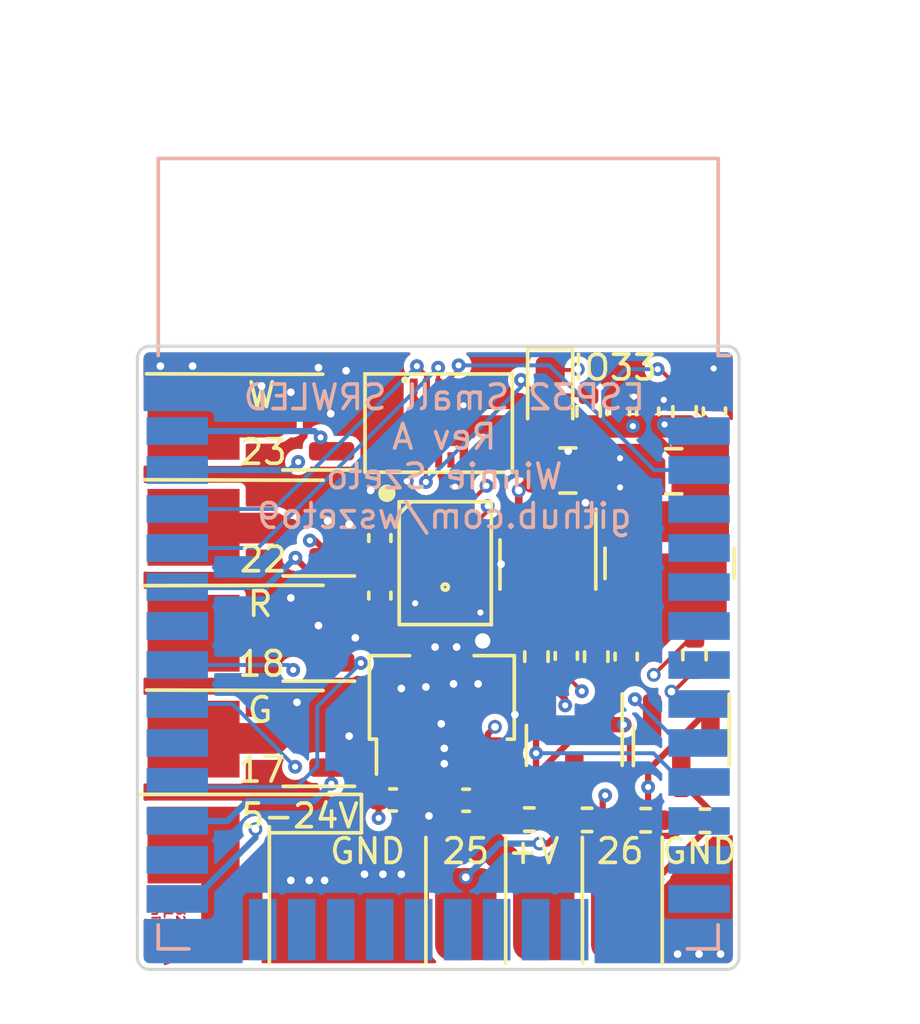
<source format=kicad_pcb>
(kicad_pcb (version 20211014) (generator pcbnew)
  (layers (0 "F.Cu" signal) (1 "In1.Cu" signal) (2 "In2.Cu" signal) (31 "B.Cu" signal) (34 "B.Paste" user) (35 "F.Paste" user) (36 "B.SilkS" user "B.Silkscreen") (37 "F.SilkS" user "F.Silkscreen") (38 "B.Mask" user) (39 "F.Mask" user) (44 "Edge.Cuts" user))
  (property "AUTHOR" "Winnie Szeto")
  (property "PROJECT_REVISION" "A01")
  (property "PROJECT_TITLE" "WS Template Project")
  (net 0 "")
  (net 1 "/MIC_POW")
  (net 2 "/GND")
  (net 3 "/VIN")
  (net 4 "Net-(C4-Pad1)")
  (net 5 "/SW")
  (net 6 "/3V3")
  (net 7 "Net-(C5-Pad2)")
  (net 8 "/RST")
  (net 9 "/TXD0")
  (net 10 "/BOOT")
  (net 11 "/RXD0")
  (net 14 "/W")
  (net 15 "/R")
  (net 16 "/G")
  (net 17 "/B")
  (net 18 "/ADDR1")
  (net 20 "/PDM_CLK")
  (net 21 "/PDM_DATA")
  (net 27 "/W_SIG")
  (net 29 "/SCK_I2S")
  (net 41 "/ADDR2")
  (net 43 "/G_SIG")
  (net 44 "/B_SIG")
  (net 45 "/R_SIG")
  (net 46 "/5v")
  (net 47 "/ADDR1_SHIFTED")
  (net 49 "/ADDR2_SHIFTED")
  (net 50 "Net-(D1-Pad1)")
  (net 51 "Net-(U3-Pad9)")
  (footprint "Capacitor_SMD:C_0402_1005Metric" (layer "F.Cu") (at 132.4 70.45 90)
    (fp_text reference "C1" hide)
    (fp_text value "0402,10uF,6.3V,X5R ")
    (pad "1" smd roundrect (at -0.48 0 90) (size 0.56 0.62) (layers "F.Cu" "F.Paste" "F.Mask") (net 1 "/MIC_POW"))
    (pad "2" smd roundrect (at 0.48 0 90) (size 0.56 0.62) (layers "F.Cu" "F.Paste" "F.Mask") (net 2 "/GND"))
  )
  (footprint "Capacitor_SMD:C_0805_2012Metric" (layer "F.Cu") (at 138.525 68.25)
    (fp_text reference "C2" hide)
    (fp_text value "0805,10uF,50V,X5R ")
    (pad "1" smd roundrect (at -0.95 0) (size 1 1.45) (layers "F.Cu" "F.Paste" "F.Mask") (net 3 "/VIN"))
    (pad "2" smd roundrect (at 0.95 0) (size 1 1.45) (layers "F.Cu" "F.Paste" "F.Mask") (net 2 "/GND"))
  )
  (footprint "WS_LCSC_Connectors:YXT-BB10-10S-02" (layer "F.Cu") (at 134.316772 66.70536)
    (fp_text reference "J2" hide)
    (fp_text value "Conn_02x05_Odd_Even_MountingPin")
    (pad "1" smd rect (at -0.8 -1.2) (size 0.23 0.5) (layers "F.Cu" "F.Paste" "F.Mask") (net 6 "/3V3"))
    (pad "2" smd rect (at -0.8 1.2) (size 0.23 0.5) (layers "F.Cu" "F.Paste" "F.Mask") (net 2 "/GND"))
    (pad "3" smd rect (at -0.4 -1.2) (size 0.23 0.5) (layers "F.Cu" "F.Paste" "F.Mask") (net 9 "/TXD0"))
    (pad "4" smd rect (at -0.4 1.2) (size 0.23 0.5) (layers "F.Cu" "F.Paste" "F.Mask") (net 10 "/BOOT"))
    (pad "5" smd rect (at 0 -1.2) (size 0.23 0.5) (layers "F.Cu" "F.Paste" "F.Mask") (net 11 "/RXD0"))
    (pad "6" smd rect (at 0 1.2) (size 0.23 0.5) (layers "F.Cu" "F.Paste" "F.Mask"))
    (pad "7" smd rect (at 0.4 -1.2) (size 0.23 0.5) (layers "F.Cu" "F.Paste" "F.Mask") (net 8 "/RST"))
    (pad "8" smd rect (at 0.4 1.2) (size 0.23 0.5) (layers "F.Cu" "F.Paste" "F.Mask"))
    (pad "9" smd rect (at 0.8 -1.2) (size 0.23 0.5) (layers "F.Cu" "F.Paste" "F.Mask") (net 2 "/GND"))
    (pad "10" smd rect (at 0.8 1.2) (size 0.23 0.5) (layers "F.Cu" "F.Paste" "F.Mask") (net 6 "/3V3"))
    (pad "MP" smd roundrect (at -1.8 1 90) (size 0.9 0.9) (layers "F.Cu" "F.Paste" "F.Mask") (roundrect_rratio 0) (chamfer_ratio 0.33) (chamfer top_left) (net 2 "/GND"))
    (pad "MP" smd roundrect (at -1.8 -1) (size 0.9 0.9) (layers "F.Cu" "F.Paste" "F.Mask") (roundrect_rratio 0) (chamfer_ratio 0.33) (chamfer top_left) (net 2 "/GND"))
    (pad "MP" smd roundrect (at 1.8 -1 270) (size 0.9 0.9) (layers "F.Cu" "F.Paste" "F.Mask") (roundrect_rratio 0) (chamfer_ratio 0.33) (chamfer top_left) (net 2 "/GND"))
    (pad "MP" smd roundrect (at 1.8 1 180) (size 0.9 0.9) (layers "F.Cu" "F.Paste" "F.Mask") (roundrect_rratio 0) (chamfer_ratio 0.33) (chamfer top_left) (net 2 "/GND"))
  )
  (footprint "Package_TO_SOT_SMD:SOT-23" (layer "F.Cu") (at 142.22 77.212499 -90)
    (fp_text reference "U9" hide)
    (fp_text value "AO3400A")
    (pad "1" smd roundrect (at -0.9375 -0.95 270) (size 1.475 0.6) (layers "F.Cu" "F.Paste" "F.Mask") (net 6 "/3V3"))
    (pad "2" smd roundrect (at -0.9375 0.95 270) (size 1.475 0.6) (layers "F.Cu" "F.Paste" "F.Mask") (net 41 "/ADDR2"))
    (pad "3" smd roundrect (at 0.9375 0 270) (size 1.475 0.6) (layers "F.Cu" "F.Paste" "F.Mask") (net 49 "/ADDR2_SHIFTED"))
  )
  (footprint "Package_TO_SOT_SMD:SOT-23" (layer "F.Cu") (at 138.735 77.2025 -90)
    (fp_text reference "U10" hide)
    (fp_text value "AO3400A")
    (pad "1" smd roundrect (at -0.9375 -0.95 270) (size 1.475 0.6) (layers "F.Cu" "F.Paste" "F.Mask") (net 6 "/3V3"))
    (pad "2" smd roundrect (at -0.9375 0.95 270) (size 1.475 0.6) (layers "F.Cu" "F.Paste" "F.Mask") (net 18 "/ADDR1"))
    (pad "3" smd roundrect (at 0.9375 0 270) (size 1.475 0.6) (layers "F.Cu" "F.Paste" "F.Mask") (net 47 "/ADDR1_SHIFTED"))
  )
  (footprint "Capacitor_SMD:C_0402_1005Metric" (layer "F.Cu") (at 140.175 66.325 90)
    (fp_text reference "C9" hide)
    (fp_text value "0402,10uF,6.3V,X5R ")
    (pad "1" smd roundrect (at -0.48 0 90) (size 0.56 0.62) (layers "F.Cu" "F.Paste" "F.Mask") (net 6 "/3V3"))
    (pad "2" smd roundrect (at 0.48 0 90) (size 0.56 0.62) (layers "F.Cu" "F.Paste" "F.Mask") (net 2 "/GND"))
  )
  (footprint "Capacitor_SMD:C_0402_1005Metric" (layer "F.Cu") (at 135.21 78.99 180)
    (fp_text reference "C10" hide)
    (fp_text value "0402,100nF,50V,X7R ")
    (pad "1" smd roundrect (at -0.48 0 180) (size 0.56 0.62) (layers "F.Cu" "F.Paste" "F.Mask") (net 3 "/VIN"))
    (pad "2" smd roundrect (at 0.48 0 180) (size 0.56 0.62) (layers "F.Cu" "F.Paste" "F.Mask") (net 2 "/GND"))
  )
  (footprint "LED_SMD:LED_0603_1608Metric" (layer "F.Cu") (at 137.95 65.7625 -90)
    (fp_text reference "D1" hide)
    (fp_text value "LED_White")
    (pad "1" smd roundrect (at -0.7875 0 270) (size 0.875 0.95) (layers "F.Cu" "F.Paste" "F.Mask") (net 50 "Net-(D1-Pad1)"))
    (pad "2" smd roundrect (at 0.7875 0 270) (size 0.875 0.95) (layers "F.Cu" "F.Paste" "F.Mask") (net 6 "/3V3"))
  )
  (footprint "Package_TO_SOT_SMD:SOT-23-6" (layer "F.Cu") (at 137.875 71.3125 -90)
    (fp_text reference "U1" hide)
    (fp_text value "TPS54202DDC")
    (pad "1" smd roundrect (at -1.1375 -0.95 270) (size 1.325 0.6) (layers "F.Cu" "F.Paste" "F.Mask") (net 2 "/GND"))
    (pad "2" smd roundrect (at -1.1375 0 270) (size 1.325 0.6) (layers "F.Cu" "F.Paste" "F.Mask") (net 5 "/SW"))
    (pad "3" smd roundrect (at -1.1375 0.95 270) (size 1.325 0.6) (layers "F.Cu" "F.Paste" "F.Mask") (net 3 "/VIN"))
    (pad "4" smd roundrect (at 1.1375 0.95 270) (size 1.325 0.6) (layers "F.Cu" "F.Paste" "F.Mask") (net 7 "Net-(C5-Pad2)"))
    (pad "5" smd roundrect (at 1.1375 0 270) (size 1.325 0.6) (layers "F.Cu" "F.Paste" "F.Mask"))
    (pad "6" smd roundrect (at 1.1375 -0.95 270) (size 1.325 0.6) (layers "F.Cu" "F.Paste" "F.Mask") (net 4 "Net-(C4-Pad1)"))
  )
  (footprint "Capacitor_SMD:C_0402_1005Metric" (layer "F.Cu") (at 138.475 74.2875 90)
    (fp_text reference "C5" hide)
    (fp_text value "0402,47pF,50V,C0G ")
    (pad "1" smd roundrect (at -0.48 0 90) (size 0.56 0.62) (layers "F.Cu" "F.Paste" "F.Mask") (net 6 "/3V3"))
    (pad "2" smd roundrect (at 0.48 0 90) (size 0.56 0.62) (layers "F.Cu" "F.Paste" "F.Mask") (net 7 "Net-(C5-Pad2)"))
  )
  (footprint "Resistor_SMD:R_0402_1005Metric" (layer "F.Cu") (at 139.2 66.325 90)
    (fp_text reference "R4" hide)
    (fp_text value "0402,10k")
    (pad "1" smd roundrect (at -0.51 0 90) (size 0.54 0.64) (layers "F.Cu" "F.Paste" "F.Mask") (net 6 "/3V3"))
    (pad "2" smd roundrect (at 0.51 0 90) (size 0.54 0.64) (layers "F.Cu" "F.Paste" "F.Mask") (net 10 "/BOOT"))
  )
  (footprint "Resistor_SMD:R_0402_1005Metric" (layer "F.Cu") (at 142.99 79.66 180)
    (fp_text reference "R7" hide)
    (fp_text value "0402,10k")
    (pad "1" smd roundrect (at -0.51 0 180) (size 0.54 0.64) (layers "F.Cu" "F.Paste" "F.Mask") (net 49 "/ADDR2_SHIFTED"))
    (pad "2" smd roundrect (at 0.51 0 180) (size 0.54 0.64) (layers "F.Cu" "F.Paste" "F.Mask") (net 46 "/5v"))
  )
  (footprint "Resistor_SMD:R_0402_1005Metric" (layer "F.Cu") (at 141.06 79.64)
    (fp_text reference "R5" hide)
    (fp_text value "0402,10k")
    (pad "1" smd roundrect (at -0.51 0) (size 0.54 0.64) (layers "F.Cu" "F.Paste" "F.Mask") (net 41 "/ADDR2"))
    (pad "2" smd roundrect (at 0.51 0) (size 0.54 0.64) (layers "F.Cu" "F.Paste" "F.Mask") (net 6 "/3V3"))
  )
  (footprint "Package_TO_SOT_SMD:SOT-23" (layer "F.Cu") (at 129.890531 66.67391 180)
    (fp_text reference "U6" hide)
    (fp_text value "AO3400A")
    (pad "1" smd roundrect (at -0.9375 -0.95 180) (size 1.475 0.6) (layers "F.Cu" "F.Paste" "F.Mask") (net 27 "/W_SIG"))
    (pad "2" smd roundrect (at -0.9375 0.95 180) (size 1.475 0.6) (layers "F.Cu" "F.Paste" "F.Mask") (net 2 "/GND"))
    (pad "3" smd roundrect (at 0.9375 0 180) (size 1.475 0.6) (layers "F.Cu" "F.Paste" "F.Mask") (net 14 "/W"))
  )
  (footprint "Inductor_SMD:L_Wuerth_MAPI-4030" (layer "F.Cu") (at 141.834998 71.275 90)
    (fp_text reference "L1" hide)
    (fp_text value "4.7uH/2A")
    (pad "1" smd rect (at -1.185 0 90) (size 0.98 3.7) (layers "F.Cu" "F.Paste" "F.Mask") (net 5 "/SW"))
    (pad "2" smd rect (at 1.185 0 90) (size 0.98 3.7) (layers "F.Cu" "F.Paste" "F.Mask") (net 6 "/3V3"))
  )
  (footprint "Package_TO_SOT_SMD:SOT-89-3" (layer "F.Cu") (at 134.42 75.94 90)
    (fp_text reference "U8" hide)
    (fp_text value "L78L05_SOT89")
    (pad "1" smd rect (at -1.65 -1.5 90) (size 1.3 0.9) (layers "F.Cu" "F.Paste" "F.Mask") (net 46 "/5v"))
    (pad "2" smd custom (at -1.5625 0 90) (size 1.475 0.9) (layers "F.Cu" "F.Paste" "F.Mask") (net 2 "/GND") (options (clearance outline) (anchor rect)) (primitives (gr_poly (pts (xy 3.8625 0.8665) (xy 0.7375 0.8665) (xy 0.7375 -0.8665) (xy 3.8625 -0.8665)) (width 0) (fill yes))))
    (pad "3" smd rect (at -1.65 1.5 90) (size 1.3 0.9) (layers "F.Cu" "F.Paste" "F.Mask") (net 3 "/VIN"))
  )
  (footprint "Package_TO_SOT_SMD:SOT-23" (layer "F.Cu") (at 129.9 73.55 180)
    (fp_text reference "U4" hide)
    (fp_text value "AO3400A")
    (pad "1" smd roundrect (at -0.9375 -0.95 180) (size 1.475 0.6) (layers "F.Cu" "F.Paste" "F.Mask") (net 45 "/R_SIG"))
    (pad "2" smd roundrect (at -0.9375 0.95 180) (size 1.475 0.6) (layers "F.Cu" "F.Paste" "F.Mask") (net 2 "/GND"))
    (pad "3" smd roundrect (at 0.9375 0 180) (size 1.475 0.6) (layers "F.Cu" "F.Paste" "F.Mask") (net 15 "/R"))
  )
  (footprint "Capacitor_SMD:C_0402_1005Metric" (layer "F.Cu") (at 132.83 78.98)
    (fp_text reference "C11" hide)
    (fp_text value "0402,100nF,16V,X7R ")
    (pad "1" smd roundrect (at -0.48 0) (size 0.56 0.62) (layers "F.Cu" "F.Paste" "F.Mask") (net 46 "/5v"))
    (pad "2" smd roundrect (at 0.48 0) (size 0.56 0.62) (layers "F.Cu" "F.Paste" "F.Mask") (net 2 "/GND"))
  )
  (footprint "WS_LCSC_ICs:MSM261D4030H1CPM" (layer "F.Cu") (at 134.529304 71.2675 180)
    (fp_text reference "U2" hide)
    (fp_text value "MSM261D4030H1CPM")
    (pad "1" smd rect (at 0.425 0.725) (size 0.45 0.95) (layers "F.Cu" "F.Paste" "F.Mask") (net 1 "/MIC_POW"))
    (pad "2" smd rect (at 0.425 -0.725) (size 0.45 0.95) (layers "F.Cu" "F.Paste" "F.Mask") (net 2 "/GND"))
    (pad "3" smd rect (at -0.425 -0.725) (size 0.45 0.95) (layers "F.Cu" "F.Paste" "F.Mask") (net 20 "/PDM_CLK"))
    (pad "4" smd rect (at -0.425 0.725) (size 0.45 0.95) (layers "F.Cu" "F.Paste" "F.Mask") (net 21 "/PDM_DATA"))
    (pad "5" smd roundrect (at 0 1.725 180) (size 1.3 0.35) (layers "F.Cu" "F.Paste" "F.Mask") (roundrect_rratio 0) (chamfer_ratio 0.2857) (chamfer top_left top_right) (net 2 "/GND"))
    (pad "6" smd roundrect (at 1.225 0 270) (size 2.3 0.35) (layers "F.Cu" "F.Paste" "F.Mask") (roundrect_rratio 0) (chamfer_ratio 0.2857) (chamfer top_left top_right) (net 2 "/GND"))
    (pad "7" smd roundrect (at 0 -1.725) (size 1.3 0.35) (layers "F.Cu" "F.Paste" "F.Mask") (roundrect_rratio 0) (chamfer_ratio 0.2857) (chamfer top_left top_right) (net 2 "/GND"))
    (pad "8" smd roundrect (at -1.225 0 90) (size 2.3 0.35) (layers "F.Cu" "F.Paste" "F.Mask") (roundrect_rratio 0) (chamfer_ratio 0.2857) (chamfer top_left top_right) (net 2 "/GND"))
  )
  (footprint "Capacitor_SMD:C_0402_1005Metric" (layer "F.Cu") (at 141.125 66.325 90)
    (fp_text reference "C7" hide)
    (fp_text value "0402,100nF,16V,X7R ")
    (pad "1" smd roundrect (at -0.48 0 90) (size 0.56 0.62) (layers "F.Cu" "F.Paste" "F.Mask") (net 6 "/3V3"))
    (pad "2" smd roundrect (at 0.48 0 90) (size 0.56 0.62) (layers "F.Cu" "F.Paste" "F.Mask") (net 2 "/GND"))
  )
  (footprint "Resistor_SMD:R_0402_1005Metric" (layer "F.Cu") (at 142.325 66.325 90)
    (fp_text reference "R1" hide)
    (fp_text value "0402,10k")
    (pad "1" smd roundrect (at -0.51 0 90) (size 0.54 0.64) (layers "F.Cu" "F.Paste" "F.Mask") (net 6 "/3V3"))
    (pad "2" smd roundrect (at 0.51 0 90) (size 0.54 0.64) (layers "F.Cu" "F.Paste" "F.Mask") (net 8 "/RST"))
  )
  (footprint "Package_TO_SOT_SMD:SOT-23" (layer "F.Cu") (at 129.9 76.975 180)
    (fp_text reference "U7" hide)
    (fp_text value "AO3400A")
    (pad "1" smd roundrect (at -0.9375 -0.95 180) (size 1.475 0.6) (layers "F.Cu" "F.Paste" "F.Mask") (net 43 "/G_SIG"))
    (pad "2" smd roundrect (at -0.9375 0.95 180) (size 1.475 0.6) (layers "F.Cu" "F.Paste" "F.Mask") (net 2 "/GND"))
    (pad "3" smd roundrect (at 0.9375 0 180) (size 1.475 0.6) (layers "F.Cu" "F.Paste" "F.Mask") (net 16 "/G"))
  )
  (footprint "Resistor_SMD:R_0402_1005Metric" (layer "F.Cu") (at 139.15 79.63)
    (fp_text reference "R8" hide)
    (fp_text value "0402,10k")
    (pad "1" smd roundrect (at -0.51 0) (size 0.54 0.64) (layers "F.Cu" "F.Paste" "F.Mask") (net 47 "/ADDR1_SHIFTED"))
    (pad "2" smd roundrect (at 0.51 0) (size 0.54 0.64) (layers "F.Cu" "F.Paste" "F.Mask") (net 46 "/5v"))
  )
  (footprint "WS_LCSC_Connectors:1x7 wire solder pad" (layer "F.Cu") (at 135.2 82.7)
    (fp_text reference "J1" hide)
    (fp_text value "Conn_01x07")
    (pad "1" smd roundrect (at -7.62 0) (size 2 3) (layers "F.Cu" "F.Paste" "F.Mask") (net 3 "/VIN"))
    (pad "2" smd roundrect (at -5.08 0) (size 2 3) (layers "F.Cu" "F.Paste" "F.Mask") (net 2 "/GND"))
    (pad "3" smd roundrect (at -2.54 0) (size 2 3) (layers "F.Cu" "F.Paste" "F.Mask") (net 2 "/GND"))
    (pad "4" smd roundrect (at 0 0) (size 2 3) (layers "F.Cu" "F.Paste" "F.Mask") (net 47 "/ADDR1_SHIFTED"))
    (pad "5" smd roundrect (at 2.54 0) (size 2 3) (layers "F.Cu" "F.Paste" "F.Mask") (net 3 "/VIN"))
    (pad "6" smd roundrect (at 5.08 0) (size 2 3) (layers "F.Cu" "F.Paste" "F.Mask") (net 49 "/ADDR2_SHIFTED"))
    (pad "7" smd roundrect (at 7.62 0) (size 2 3) (layers "F.Cu" "F.Paste" "F.Mask") (net 2 "/GND"))
  )
  (footprint "Resistor_SMD:R_0402_1005Metric" (layer "F.Cu") (at 139.45 74.3125 90)
    (fp_text reference "R2" hide)
    (fp_text value "0402,100k")
    (pad "1" smd roundrect (at -0.51 0 90) (size 0.54 0.64) (layers "F.Cu" "F.Paste" "F.Mask") (net 6 "/3V3"))
    (pad "2" smd roundrect (at 0.51 0 90) (size 0.54 0.64) (layers "F.Cu" "F.Paste" "F.Mask") (net 7 "Net-(C5-Pad2)"))
  )
  (footprint "Capacitor_SMD:C_0402_1005Metric" (layer "F.Cu") (at 140.425 74.3125 -90)
    (fp_text reference "C4" hide)
    (fp_text value "0402,100nF,16V,X7R ")
    (pad "1" smd roundrect (at -0.48 0 270) (size 0.56 0.62) (layers "F.Cu" "F.Paste" "F.Mask") (net 4 "Net-(C4-Pad1)"))
    (pad "2" smd roundrect (at 0.48 0 270) (size 0.56 0.62) (layers "F.Cu" "F.Paste" "F.Mask") (net 5 "/SW"))
  )
  (footprint "Resistor_SMD:R_0402_1005Metric" (layer "F.Cu") (at 137.5 74.3125 -90)
    (fp_text reference "R3" hide)
    (fp_text value "0402,22k")
    (pad "1" smd roundrect (at -0.51 0 270) (size 0.54 0.64) (layers "F.Cu" "F.Paste" "F.Mask") (net 7 "Net-(C5-Pad2)"))
    (pad "2" smd roundrect (at 0.51 0 270) (size 0.54 0.64) (layers "F.Cu" "F.Paste" "F.Mask") (net 2 "/GND"))
  )
  (footprint "Resistor_SMD:R_0402_1005Metric" (layer "F.Cu") (at 142.65 74.259999 -90)
    (fp_text reference "R9" hide)
    (fp_text value "0402,220")
    (pad "1" smd roundrect (at -0.51 0 270) (size 0.54 0.64) (layers "F.Cu" "F.Paste" "F.Mask") (net 50 "Net-(D1-Pad1)"))
    (pad "2" smd roundrect (at 0.51 0 270) (size 0.54 0.64) (layers "F.Cu" "F.Paste" "F.Mask") (net 51 "Net-(U3-Pad9)"))
  )
  (footprint "Package_TO_SOT_SMD:SOT-23" (layer "F.Cu") (at 129.9 70.125 180)
    (fp_text reference "U5" hide)
    (fp_text value "AO3400A")
    (pad "1" smd roundrect (at -0.9375 -0.95 180) (size 1.475 0.6) (layers "F.Cu" "F.Paste" "F.Mask") (net 44 "/B_SIG"))
    (pad "2" smd roundrect (at -0.9375 0.95 180) (size 1.475 0.6) (layers "F.Cu" "F.Paste" "F.Mask") (net 2 "/GND"))
    (pad "3" smd roundrect (at 0.9375 0 180) (size 1.475 0.6) (layers "F.Cu" "F.Paste" "F.Mask") (net 17 "/B"))
  )
  (footprint "Capacitor_SMD:C_0402_1005Metric" (layer "F.Cu") (at 143.3 66.325 90)
    (fp_text reference "C6" hide)
    (fp_text value "0402,100nF,16V,X7R ")
    (pad "1" smd roundrect (at -0.48 0 90) (size 0.56 0.62) (layers "F.Cu" "F.Paste" "F.Mask") (net 8 "/RST"))
    (pad "2" smd roundrect (at 0.48 0 90) (size 0.56 0.62) (layers "F.Cu" "F.Paste" "F.Mask") (net 2 "/GND"))
  )
  (footprint "Resistor_SMD:R_0402_1005Metric" (layer "F.Cu") (at 137.27 79.62)
    (fp_text reference "R6" hide)
    (fp_text value "0402,10k")
    (pad "1" smd roundrect (at -0.51 0) (size 0.54 0.64) (layers "F.Cu" "F.Paste" "F.Mask") (net 18 "/ADDR1"))
    (pad "2" smd roundrect (at 0.51 0) (size 0.54 0.64) (layers "F.Cu" "F.Paste" "F.Mask") (net 6 "/3V3"))
  )
  (footprint "Capacitor_SMD:C_0402_1005Metric" (layer "F.Cu") (at 132.399999 72.325 -90)
    (fp_text reference "C3" hide)
    (fp_text value "0402,100nF,16V,X7R ")
    (pad "1" smd roundrect (at -0.48 0 270) (size 0.56 0.62) (layers "F.Cu" "F.Paste" "F.Mask") (net 1 "/MIC_POW"))
    (pad "2" smd roundrect (at 0.48 0 270) (size 0.56 0.62) (layers "F.Cu" "F.Paste" "F.Mask") (net 2 "/GND"))
  )
  (footprint "WS_LCSC_Connectors:1x5 solder pad" (layer "F.Cu") (at 126.33 73.55 -90)
    (fp_text reference "J3" hide)
    (fp_text value "Conn_01x05")
    (pad "1" smd rect (at -6.9 0 270) (size 2.5 3) (layers "F.Cu" "F.Paste" "F.Mask") (net 14 "/W"))
    (pad "2" smd rect (at -3.45 0 270) (size 2.5 3) (layers "F.Cu" "F.Paste" "F.Mask") (net 17 "/B"))
    (pad "3" smd rect (at 0 0 270) (size 2.5 3) (layers "F.Cu" "F.Paste" "F.Mask") (net 15 "/R"))
    (pad "4" smd rect (at 3.45 0 270) (size 2.5 3) (layers "F.Cu" "F.Paste" "F.Mask") (net 16 "/G"))
    (pad "5" smd rect (at 6.9 0 270) (size 2.5 3) (layers "F.Cu" "F.Paste" "F.Mask") (net 3 "/VIN"))
  )
  (footprint "Capacitor_SMD:C_0805_2012Metric" (layer "F.Cu") (at 141.975 68.275 180)
    (fp_text reference "C8" hide)
    (fp_text value "0805,47uF,6.3V,X5R ")
    (pad "1" smd roundrect (at -0.95 0 180) (size 1 1.45) (layers "F.Cu" "F.Paste" "F.Mask") (net 6 "/3V3"))
    (pad "2" smd roundrect (at 0.95 0 180) (size 1 1.45) (layers "F.Cu" "F.Paste" "F.Mask") (net 2 "/GND"))
  )
  (footprint "RF_Module:ESP32-WROOM-32" (layer "B.Cu") (at 134.3 73.95 180)
    (fp_text reference "U3" hide)
    (fp_text value "ESP32-WROOM-32D")
    (pad "1" smd rect (at -8.5 8.255 180) (size 2 0.9) (layers "B.Cu" "B.Paste" "B.Mask") (net 2 "/GND"))
    (pad "2" smd rect (at -8.5 6.985 180) (size 2 0.9) (layers "B.Cu" "B.Paste" "B.Mask") (net 6 "/3V3"))
    (pad "3" smd rect (at -8.5 5.715 180) (size 2 0.9) (layers "B.Cu" "B.Paste" "B.Mask") (net 8 "/RST"))
    (pad "4" smd rect (at -8.5 4.445 180) (size 2 0.9) (layers "B.Cu" "B.Paste" "B.Mask"))
    (pad "5" smd rect (at -8.5 3.175 180) (size 2 0.9) (layers "B.Cu" "B.Paste" "B.Mask"))
    (pad "6" smd rect (at -8.5 1.905 180) (size 2 0.9) (layers "B.Cu" "B.Paste" "B.Mask"))
    (pad "7" smd rect (at -8.5 0.635 180) (size 2 0.9) (layers "B.Cu" "B.Paste" "B.Mask"))
    (pad "8" smd rect (at -8.5 -0.635 180) (size 2 0.9) (layers "B.Cu" "B.Paste" "B.Mask"))
    (pad "9" smd rect (at -8.5 -1.905 180) (size 2 0.9) (layers "B.Cu" "B.Paste" "B.Mask") (net 51 "Net-(U3-Pad9)"))
    (pad "10" smd rect (at -8.5 -3.175 180) (size 2 0.9) (layers "B.Cu" "B.Paste" "B.Mask") (net 41 "/ADDR2"))
    (pad "11" smd rect (at -8.5 -4.445 180) (size 2 0.9) (layers "B.Cu" "B.Paste" "B.Mask") (net 18 "/ADDR1"))
    (pad "12" smd rect (at -8.5 -5.715 180) (size 2 0.9) (layers "B.Cu" "B.Paste" "B.Mask"))
    (pad "13" smd rect (at -8.5 -6.985 180) (size 2 0.9) (layers "B.Cu" "B.Paste" "B.Mask") (net 29 "/SCK_I2S"))
    (pad "14" smd rect (at -8.5 -8.255 180) (size 2 0.9) (layers "B.Cu" "B.Paste" "B.Mask"))
    (pad "15" smd rect (at -5.715 -9.255 90) (size 2 0.9) (layers "B.Cu" "B.Paste" "B.Mask") (net 2 "/GND"))
    (pad "16" smd rect (at -4.445 -9.255 90) (size 2 0.9) (layers "B.Cu" "B.Paste" "B.Mask"))
    (pad "17" smd rect (at -3.175 -9.255 90) (size 2 0.9) (layers "B.Cu" "B.Paste" "B.Mask"))
    (pad "18" smd rect (at -1.905 -9.255 90) (size 2 0.9) (layers "B.Cu" "B.Paste" "B.Mask"))
    (pad "19" smd rect (at -0.635 -9.255 90) (size 2 0.9) (layers "B.Cu" "B.Paste" "B.Mask"))
    (pad "20" smd rect (at 0.635 -9.255 90) (size 2 0.9) (layers "B.Cu" "B.Paste" "B.Mask"))
    (pad "21" smd rect (at 1.905 -9.255 90) (size 2 0.9) (layers "B.Cu" "B.Paste" "B.Mask"))
    (pad "22" smd rect (at 3.175 -9.255 90) (size 2 0.9) (layers "B.Cu" "B.Paste" "B.Mask"))
    (pad "23" smd rect (at 4.445 -9.255 90) (size 2 0.9) (layers "B.Cu" "B.Paste" "B.Mask"))
    (pad "24" smd rect (at 5.715 -9.255 90) (size 2 0.9) (layers "B.Cu" "B.Paste" "B.Mask"))
    (pad "25" smd rect (at 8.5 -8.255 180) (size 2 0.9) (layers "B.Cu" "B.Paste" "B.Mask") (net 10 "/BOOT"))
    (pad "26" smd rect (at 8.5 -6.985 180) (size 2 0.9) (layers "B.Cu" "B.Paste" "B.Mask"))
    (pad "27" smd rect (at 8.5 -5.715 180) (size 2 0.9) (layers "B.Cu" "B.Paste" "B.Mask") (net 43 "/G_SIG"))
    (pad "28" smd rect (at 8.5 -4.445 180) (size 2 0.9) (layers "B.Cu" "B.Paste" "B.Mask") (net 45 "/R_SIG"))
    (pad "29" smd rect (at 8.5 -3.175 180) (size 2 0.9) (layers "B.Cu" "B.Paste" "B.Mask"))
    (pad "30" smd rect (at 8.5 -1.905 180) (size 2 0.9) (layers "B.Cu" "B.Paste" "B.Mask") (net 20 "/PDM_CLK"))
    (pad "31" smd rect (at 8.5 -0.635 180) (size 2 0.9) (layers "B.Cu" "B.Paste" "B.Mask") (net 21 "/PDM_DATA"))
    (pad "32" smd rect (at 8.5 0.635 180) (size 2 0.9) (layers "B.Cu" "B.Paste" "B.Mask"))
    (pad "33" smd rect (at 8.5 1.905 180) (size 2 0.9) (layers "B.Cu" "B.Paste" "B.Mask") (net 1 "/MIC_POW"))
    (pad "34" smd rect (at 8.5 3.175 180) (size 2 0.9) (layers "B.Cu" "B.Paste" "B.Mask") (net 11 "/RXD0"))
    (pad "35" smd rect (at 8.5 4.445 180) (size 2 0.9) (layers "B.Cu" "B.Paste" "B.Mask") (net 9 "/TXD0"))
    (pad "36" smd rect (at 8.5 5.715 180) (size 2 0.9) (layers "B.Cu" "B.Paste" "B.Mask") (net 44 "/B_SIG"))
    (pad "37" smd rect (at 8.5 6.985 180) (size 2 0.9) (layers "B.Cu" "B.Paste" "B.Mask") (net 27 "/W_SIG"))
    (pad "38" smd rect (at 8.5 8.255 180) (size 2 0.9) (layers "B.Cu" "B.Paste" "B.Mask") (net 2 "/GND"))
    (pad "39" smd rect (at -1 0.755 180) (size 5 5) (layers "B.Cu" "B.Paste" "B.Mask") (net 2 "/GND"))
  )
  (gr_line (start 124.6 78.8) (end 131.8 78.8) (layer "F.SilkS") (width 0.12))
  (gr_line (start 129.240531 65.11391) (end 124.8 65.1) (layer "F.SilkS") (width 0.12))
  (gr_line (start 136.5 84.3) (end 136.5 80.2) (layer "F.SilkS") (width 0.12))
  (gr_line (start 138.996359 80.2) (end 139 84.3) (layer "F.SilkS") (width 0.12))
  (gr_line (start 128.8 79.85) (end 128.8 84.3) (layer "F.SilkS") (width 0.12))
  (gr_line (start 141.6 84.3) (end 141.6 80.2) (layer "F.SilkS") (width 0.12))
  (gr_line (start 129.25 68.565) (end 124.7 68.55) (layer "F.SilkS") (width 0.12))
  (gr_line (start 129.25 71.99) (end 124.7 72) (layer "F.SilkS") (width 0.12))
  (gr_line (start 129.25 75.415) (end 124.8 75.4) (layer "F.SilkS") (width 0.12))
  (gr_line (start 131.8 78.8) (end 131.8 80.05) (layer "F.SilkS") (width 0.12))
  (gr_line (start 131.8 80.05) (end 128.8 80.05) (layer "F.SilkS") (width 0.12))
  (gr_line (start 133.9 80.2) (end 133.9 84.3) (layer "F.SilkS") (width 0.12))
  (gr_arc (start 124.500002 64.6) (mid 124.61716 64.317158) (end 124.900002 64.2) (layer "Edge.Cuts") (width 0.1))
  (gr_line (start 144.1 64.600002) (end 144.099998 84.1) (layer "Edge.Cuts") (width 0.1))
  (gr_arc (start 143.7 64.200002) (mid 143.982842 64.31716) (end 144.1 64.600002) (layer "Edge.Cuts") (width 0.1))
  (gr_line (start 143.699998 84.5) (end 124.9 84.499998) (layer "Edge.Cuts") (width 0.1))
  (gr_line (start 124.900002 64.2) (end 143.7 64.200002) (layer "Edge.Cuts") (width 0.1))
  (gr_arc (start 144.099998 84.1) (mid 143.98284 84.382842) (end 143.699998 84.5) (layer "Edge.Cuts") (width 0.1))
  (gr_arc (start 124.9 84.499998) (mid 124.617158 84.38284) (end 124.5 84.099998) (layer "Edge.Cuts") (width 0.1))
  (gr_line (start 124.500002 64.6) (end 124.5 84.099998) (layer "Edge.Cuts") (width 0.1))
  (gr_text "ESP32 Small \nSRWLED RevA\nWinnie Szeto" (at 125.5 83.1 270) (layer "F.Cu") (effects (font (size 0.25 0.25) (thickness 0.0625))))
  (gr_text "ESP32 Small SRWLED\nRev A\nWinnie Szeto\ngithub.com/wszeto9" (at 134.5 67.8) (layer "B.SilkS") (effects (font (size 0.8 0.8) (thickness 0.12)) (justify mirror)))
  (gr_text "5-24V\n" (at 129.8 79.5) (layer "F.SilkS") (effects (font (size 0.77 0.77) (thickness 0.12))))
  (gr_text "G" (at 128.5 76.05) (layer "F.SilkS") (effects (font (size 0.8 0.8) (thickness 0.12))))
  (gr_text "17\n" (at 128.55 78) (layer "F.SilkS") (effects (font (size 0.8 0.8) (thickness 0.12))))
  (gr_text "W\n" (at 128.55 65.8) (layer "F.SilkS") (effects (font (size 0.8 0.8) (thickness 0.12))))
  (gr_text "18\n" (at 128.55 74.55) (layer "F.SilkS") (effects (font (size 0.8 0.8) (thickness 0.12))))
  (gr_text "  GND  25 +V  26 GND" (at 136.8 80.65) (layer "F.SilkS") (effects (font (size 0.8 0.8) (thickness 0.12))))
  (gr_text "R\n" (at 128.5 72.6) (layer "F.SilkS") (effects (font (size 0.8 0.8) (thickness 0.12))))
  (gr_text "22\n" (at 128.6 71.15) (layer "F.SilkS") (effects (font (size 0.8 0.8) (thickness 0.12))))
  (gr_text "IO33" (at 140.05 64.9) (layer "F.SilkS") (effects (font (size 0.8 0.8) (thickness 0.12))))
  (gr_text "23\n" (at 128.6 67.65) (layer "F.SilkS") (effects (font (size 0.8 0.8) (thickness 0.12))))
  (segment (start 132.90002 70.42998) (end 132.90002 70.078056) (width 0.2032) (layer "F.Cu") (net 1))
  (segment (start 133.050596 69.92748) (end 133.489284 69.92748) (width 0.2032) (layer "F.Cu") (net 1))
  (segment (start 132.399999 71.845) (end 132.4 71.38) (width 0.2032) (layer "F.Cu") (net 1))
  (segment (start 132.4 71.38) (end 132.4 70.93) (width 0.2032) (layer "F.Cu") (net 1))
  (segment (start 132.4 70.93) (end 132.90002 70.42998) (width 0.2032) (layer "F.Cu") (net 1))
  (segment (start 129.65 71.10586) (end 130.34414 71.8) (width 0.2032) (layer "F.Cu") (net 1))
  (segment (start 129.65 71.09) (end 129.65 71.10586) (width 0.2032) (layer "F.Cu") (net 1))
  (segment (start 133.489284 69.92748) (end 134.104304 70.5425) (width 0.2032) (layer "F.Cu") (net 1))
  (segment (start 132.4 71.8) (end 132.4 71.38) (width 0.2032) (layer "F.Cu") (net 1))
  (segment (start 132.90002 70.078056) (end 133.050596 69.92748) (width 0.2032) (layer "F.Cu") (net 1))
  (segment (start 130.34414 71.8) (end 132.4 71.8) (width 0.2032) (layer "F.Cu") (net 1))
  (via (at 129.65 71.09) (size 0.45) (drill 0.2) (layers "F.Cu" "B.Cu") (net 1))
  (segment (start 125.8 72.045) (end 128.695 72.045) (width 0.2032) (layer "B.Cu") (net 1))
  (segment (start 128.695 72.045) (end 129.65 71.09) (width 0.2032) (layer "B.Cu") (net 1))
  (segment (start 141.545 65.845) (end 141.65 65.95) (width 0.5) (layer "F.Cu") (net 2))
  (segment (start 137.5 74.8225) (end 137.5225 74.8225) (width 0.127) (layer "F.Cu") (net 2))
  (segment (start 140.68 65.845) (end 141.125 65.845) (width 0.5) (layer "F.Cu") (net 2))
  (segment (start 140.175 65.845) (end 140.68 65.845) (width 0.5) (layer "F.Cu") (net 2))
  (segment (start 141.125 65.845) (end 141.545 65.845) (width 0.5) (layer "F.Cu") (net 2))
  (segment (start 137.56086 74.8225) (end 138.438711 75.700351) (width 0.2032) (layer "F.Cu") (net 2))
  (segment (start 138.438711 75.700351) (end 138.438711 75.898831) (width 0.2032) (layer "F.Cu") (net 2))
  (segment (start 137.655 74.8225) (end 137.6 74.7675) (width 0.127) (layer "F.Cu") (net 2))
  (segment (start 137.5225 74.8225) (end 137.8 75.1) (width 0.127) (layer "F.Cu") (net 2))
  (segment (start 137.5 74.8225) (end 137.56086 74.8225) (width 0.2032) (layer "F.Cu") (net 2))
  (via (at 129.7 75.8) (size 0.45) (drill 0.25) (layers "F.Cu" "B.Cu") (net 2))
  (via (at 131.9 81.4) (size 0.45) (drill 0.25) (layers "F.Cu" "B.Cu") (net 2))
  (via (at 131.3 65) (size 0.45) (drill 0.25) (layers "F.Cu" "B.Cu") (net 2))
  (via (at 130.7 69.9) (size 0.45) (drill 0.25) (layers "F.Cu" "B.Cu") (net 2))
  (via (at 130.1 81.6) (size 0.45) (drill 0.25) (layers "F.Cu" "B.Cu") (net 2))
  (via (at 143.5 84) (size 0.45) (drill 0.25) (layers "F.Cu" "B.Cu") (net 2))
  (via (at 140.225 68.8) (size 0.45) (drill 0.2) (layers "F.Cu" "B.Cu") (net 2))
  (via (at 135.125 66.125) (size 0.45) (drill 0.2) (layers "F.Cu" "B.Cu") (net 2))
  (via (at 131.6 73.7) (size 0.45) (drill 0.25) (layers "F.Cu" "B.Cu") (net 2))
  (via (at 130.6 81.6) (size 0.45) (drill 0.25) (layers "F.Cu" "B.Cu") (net 2))
  (via (at 133.1 75.35) (size 0.45) (drill 0.25) (layers "F.Cu" "B.Cu") (net 2))
  (via (at 134.8 75.2) (size 0.45) (drill 0.25) (layers "F.Cu" "B.Cu") (net 2))
  (via (at 139.1 69.3) (size 0.45) (drill 0.25) (layers "F.Cu" "B.Cu") (net 2))
  (via (at 132.1 68.9) (size 0.45) (drill 0.25) (layers "F.Cu" "B.Cu") (net 2))
  (via (at 130.4 73.3) (size 0.45) (drill 0.25) (layers "F.Cu" "B.Cu") (net 2))
  (via (at 136.35 71.3) (size 0.45) (drill 0.25) (layers "F.Cu" "B.Cu") (net 2))
  (via (at 134.5 77.3) (size 0.45) (drill 0.25) (layers "F.Cu" "B.Cu") (net 2))
  (via (at 134.85 68.775) (size 0.45) (drill 0.2) (layers "F.Cu" "B.Cu") (net 2))
  (via (at 143.275 64.925) (size 0.45) (drill 0.2) (layers "F.Cu" "B.Cu") (net 2))
  (via (at 135.6 75.2) (size 0.45) (drill 0.25) (layers "F.Cu" "B.Cu") (net 2))
  (via (at 126.3 64.85) (size 0.45) (drill 0.25) (layers "F.Cu" "B.Cu") (net 2))
  (via (at 125.25 64.85) (size 0.45) (drill 0.25) (layers "F.Cu" "B.Cu") (net 2))
  (via (at 134.5 77.8) (size 0.45) (drill 0.25) (layers "F.Cu" "B.Cu") (net 2))
  (via (at 141.65 65.95) (size 0.45) (drill 0.2) (layers "F.Cu" "B.Cu") (net 2))
  (via (at 129.5 72.4) (size 0.45) (drill 0.25) (layers "F.Cu" "B.Cu") (net 2))
  (via (at 140.225 67.85) (size 0.45) (drill 0.2) (layers "F.Cu" "B.Cu") (net 2))
  (via (at 138.535365 67.617971) (size 0.45) (drill 0.25) (layers "F.Cu" "B.Cu") (net 2))
  (via (at 140.68 65.845) (size 0.45) (drill 0.2) (layers "F.Cu" "B.Cu") (net 2))
  (via (at 136.8 76.2) (size 0.45) (drill 0.25) (layers "F.Cu" "B.Cu") (net 2))
  (via (at 134 79.5) (size 0.45) (drill 0.25) (layers "F.Cu" "B.Cu") (net 2))
  (via (at 138.438711 75.898831) (size 0.45) (drill 0.2) (layers "F.Cu" "B.Cu") (net 2))
  (via (at 133.275 68.6) (size 0.45) (drill 0.2) (layers "F.Cu" "B.Cu") (net 2))
  (via (at 142.8 84) (size 0.45) (drill 0.25) (layers "F.Cu" "B.Cu") (net 2))
  (via (at 131.4 76.9) (size 0.45) (drill 0.25) (layers "F.Cu" "B.Cu") (net 2))
  (via (at 133.9 75.3) (size 0.45) (drill 0.25) (layers "F.Cu" "B.Cu") (net 2))
  (via (at 142.1 84) (size 0.45) (drill 0.25) (layers "F.Cu" "B.Cu") (net 2))
  (via (at 131.4 70) (size 0.45) (drill 0.25) (layers "F.Cu" "B.Cu") (net 2))
  (via (at 134.2 74) (size 0.45) (drill 0.25) (layers "F.Cu" "B.Cu") (net 2))
  (via (at 130.8 66.4) (size 0.45) (drill 0.25) (layers "F.Cu" "B.Cu") (net 2))
  (via (at 136.57 68.32) (size 0.45) (drill 0.2) (layers "F.Cu" "B.Cu") (net 2))
  (via (at 135.75 73.8) (size 1) (drill 0.5) (layers "F.Cu" "B.Cu") (net 2))
  (via (at 128.55 65.5) (size 0.45) (drill 0.25) (layers "F.Cu" "B.Cu") (net 2))
  (via (at 129.5 81.6) (size 0.45) (drill 0.25) (layers "F.Cu" "B.Cu") (net 2))
  (via (at 133.55 72.575) (size 0.45) (drill 0.2) (layers "F.Cu" "B.Cu") (net 2))
  (via (at 133.1 81.4) (size 0.45) (drill 0.25) (layers "F.Cu" "B.Cu") (net 2))
  (via (at 134.4 76.5) (size 0.45) (drill 0.25) (layers "F.Cu" "B.Cu") (net 2))
  (via (at 134.9 74) (size 0.45) (drill 0.25) (layers "F.Cu" "B.Cu") (net 2))
  (via (at 132.5 81.4) (size 0.45) (drill 0.25) (layers "F.Cu" "B.Cu") (net 2))
  (via (at 130.4 64.9) (size 0.45) (drill 0.25) (layers "F.Cu" "B.Cu") (net 2))
  (via (at 135.675 72.875) (size 0.45) (drill 0.2) (layers "F.Cu" "B.Cu") (net 2))
  (via (at 129.5 65.7) (size 0.45) (drill 0.25) (layers "F.Cu" "B.Cu") (net 2))
  (segment (start 142.8 65.695) (end 142.545 65.95) (width 0.5) (layer "B.Cu") (net 2))
  (segment (start 142.545 65.95) (end 141.65 65.95) (width 0.5) (layer "B.Cu") (net 2))
  (segment (start 136.925 68.9) (end 136.925 70.175) (width 0.25) (layer "F.Cu") (net 3))
  (segment (start 135.92 76.83) (end 136.15 76.6) (width 0.2032) (layer "F.Cu") (net 3))
  (segment (start 135.69 77.82) (end 135.92 77.59) (width 0.2032) (layer "F.Cu") (net 3))
  (segment (start 137.74 82.7) (end 137.74 82.200742) (width 1) (layer "F.Cu") (net 3))
  (segment (start 137.575 68.25) (end 136.925 68.9) (width 0.25) (layer "F.Cu") (net 3))
  (segment (start 135.69 80.150742) (end 135.69 78.99) (width 1) (layer "F.Cu") (net 3))
  (segment (start 136.039258 80.5) (end 129.280742 80.5) (width 1) (layer "F.Cu") (net 3))
  (segment (start 135.69 78.99) (end 135.69 77.82) (width 0.2032) (layer "F.Cu") (net 3))
  (segment (start 137.74 82.200742) (end 136.039258 80.5) (width 1) (layer "F.Cu") (net 3))
  (segment (start 135.92 77.59) (end 135.92 76.83) (width 0.2032) (layer "F.Cu") (net 3))
  (segment (start 127.58 82.200742) (end 127.58 82.7) (width 1) (layer "F.Cu") (net 3))
  (segment (start 136.039258 80.5) (end 135.69 80.150742) (width 1) (layer "F.Cu") (net 3))
  (segment (start 129.280742 80.5) (end 127.58 82.200742) (width 1) (layer "F.Cu") (net 3))
  (via (at 136.15 76.6) (size 0.45) (drill 0.25) (layers "F.Cu" "B.Cu") (net 3))
  (via (at 136.925 68.9) (size 0.45) (drill 0.25) (layers "F.Cu" "B.Cu") (net 3))
  (segment (start 139.0425 72.45) (end 140.425 73.8325) (width 0.25) (layer "F.Cu") (net 4))
  (segment (start 138.825 72.45) (end 139.0425 72.45) (width 0.25) (layer "F.Cu") (net 4))
  (segment (start 140.5075 74.7925) (end 141.834998 73.465002) (width 0.5) (layer "F.Cu") (net 5))
  (segment (start 141.834998 73.465002) (end 141.834998 72.46) (width 0.5) (layer "F.Cu") (net 5))
  (segment (start 137.875 70.175) (end 137.875 70.57823) (width 0.5) (layer "F.Cu") (net 5))
  (segment (start 134.1 66.7) (end 134.7 66.7) (width 0.2032) (layer "F.Cu") (net 6))
  (segment (start 138.53 74.8225) (end 138.475 74.7675) (width 0.25) (layer "F.Cu") (net 6))
  (segment (start 140.35 76.53) (end 139.95 76.53) (width 0.5) (layer "F.Cu") (net 6))
  (segment (start 134.7 66.7) (end 139.065 66.7) (width 0.2032) (layer "F.Cu") (net 6))
  (segment (start 133.5 65.5) (end 133.5 66.1) (width 0.2032) (layer "F.Cu") (net 6))
  (segment (start 139.95 76.53) (end 139.685 76.265) (width 0.5) (layer "F.Cu") (net 6))
  (segment (start 140.145 66.835) (end 140.175 66.805) (width 0.2032) (layer "F.Cu") (net 6))
  (segment (start 139.39164 76.265) (end 139.685 76.265) (width 0.2032) (layer "F.Cu") (net 6))
  (segment (start 133.5 66.1) (end 134.1 66.7) (width 0.2032) (layer "F.Cu") (net 6))
  (segment (start 142.87664 76.274999) (end 143.17 76.274999) (width 0.2032) (layer "F.Cu") (net 6))
  (segment (start 141.57 79.64) (end 141.14 79.21) (width 0.2032) (layer "F.Cu") (net 6))
  (segment (start 142.525 68.275) (end 141.125 66.875) (width 0.25) (layer "F.Cu") (net 6))
  (segment (start 137.78 79.62) (end 137.78 77.87664) (width 0.2032) (layer "F.Cu") (net 6))
  (segment (start 138.575 74.8225) (end 138.575 75.035) (width 0.127) (layer "F.Cu") (net 6))
  (segment (start 139.2 66.835) (end 140.145 66.835) (width 0.2032) (layer "F.Cu") (net 6))
  (segment (start 140.175 66.805) (end 140.645 66.805) (width 0.5) (layer "F.Cu") (net 6))
  (segment (start 141.14 78.011639) (end 142.87664 76.274999) (width 0.2032) (layer "F.Cu") (net 6))
  (segment (start 138.575 75.035) (end 138.98 75.44) (width 0.127) (layer "F.Cu") (net 6))
  (segment (start 141.14 79.21) (end 141.14 78.011639) (width 0.2032) (layer "F.Cu") (net 6))
  (segment (start 142.325 66.835) (end 141.76 66.835) (width 0.127) (layer "F.Cu") (net 6))
  (segment (start 140.645 66.805) (end 141.125 66.805) (width 0.5) (layer "F.Cu") (net 6))
  (segment (start 134.7 66.7) (end 135.1 67.1) (width 0.2032) (layer "F.Cu") (net 6))
  (segment (start 141.76 66.835) (end 141.675 66.75) (width 0.127) (layer "F.Cu") (net 6))
  (segment (start 141.125 66.875) (end 141.125 66.805) (width 0.25) (layer "F.Cu") (net 6))
  (segment (start 135.1 67.1) (end 135.1 67.9) (width 0.2032) (layer "F.Cu") (net 6))
  (segment (start 139.065 66.7) (end 139.2 66.835) (width 0.2032) (layer "F.Cu") (net 6))
  (segment (start 139.45 74.8225) (end 138.53 74.8225) (width 0.25) (layer "F.Cu") (net 6))
  (segment (start 137.78 77.87664) (end 139.39164 76.265) (width 0.2032) (layer "F.Cu") (net 6))
  (segment (start 141.125 66.805) (end 141.62 66.805) (width 0.5) (layer "F.Cu") (net 6))
  (segment (start 142.925 68.275) (end 142.525 68.275) (width 0.25) (layer "F.Cu") (net 6))
  (segment (start 141.62 66.805) (end 141.675 66.75) (width 0.5) (layer "F.Cu") (net 6))
  (via (at 138.98 75.44) (size 0.45) (drill 0.2) (layers "F.Cu" "B.Cu") (net 6))
  (via (at 141.675 66.75) (size 0.45) (drill 0.2) (layers "F.Cu" "B.Cu") (net 6))
  (via (at 141.14 78.56) (size 0.45) (drill 0.2) (layers "F.Cu" "B.Cu") (net 6))
  (via (at 140.35 76.53) (size 0.45) (drill 0.2) (layers "F.Cu" "B.Cu") (net 6))
  (via (at 140.645 66.805) (size 0.45) (drill 0.2) (layers "F.Cu" "B.Cu") (net 6))
  (segment (start 142.8 66.965) (end 141.89 66.965) (width 0.5) (layer "B.Cu") (net 6))
  (segment (start 141.89 66.965) (end 141.675 66.75) (width 0.5) (layer "B.Cu") (net 6))
  (segment (start 136.925 73.2275) (end 136.925 72.45) (width 0.127) (layer "F.Cu") (net 7))
  (segment (start 137.5 73.8025) (end 136.925 73.2275) (width 0.127) (layer "F.Cu") (net 7))
  (segment (start 139.45 73.8025) (end 137.5 73.8025) (width 0.127) (layer "F.Cu") (net 7))
  (segment (start 134.7 65.5) (end 134.7 65.231178) (width 0.127) (layer "F.Cu") (net 8))
  (segment (start 142.325 65.815) (end 142.325 65.83) (width 0.127) (layer "F.Cu") (net 8))
  (segment (start 134.964847 64.966331) (end 134.964847 64.8245) (width 0.127) (layer "F.Cu") (net 8))
  (segment (start 134.7 65.231178) (end 134.964847 64.966331) (width 0.127) (layer "F.Cu") (net 8))
  (segment (start 141.525 64.95) (end 141.45 64.95) (width 0.127) (layer "F.Cu") (net 8))
  (segment (start 142.325 65.83) (end 143.3 66.805) (width 0.127) (layer "F.Cu") (net 8))
  (segment (start 142.325 65.75) (end 141.55 64.975) (width 0.127) (layer "F.Cu") (net 8))
  (segment (start 142.325 65.815) (end 142.325 65.75) (width 0.127) (layer "F.Cu") (net 8))
  (segment (start 141.55 64.975) (end 141.525 64.95) (width 0.127) (layer "F.Cu") (net 8))
  (via (at 141.45 64.95) (size 0.45) (drill 0.2) (layers "F.Cu" "B.Cu") (net 8))
  (via (at 134.964847 64.8245) (size 0.45) (drill 0.2) (layers "F.Cu" "B.Cu") (net 8))
  (segment (start 140.4 64.95) (end 139.675 65.675) (width 0.127) (layer "B.Cu") (net 8))
  (segment (start 141.45 64.95) (end 140.4 64.95) (width 0.127) (layer "B.Cu") (net 8))
  (segment (start 139.675 65.675) (end 139.675 66.575) (width 0.127) (layer "B.Cu") (net 8))
  (segment (start 134.964847 64.8245) (end 137.9245 64.8245) (width 0.127) (layer "B.Cu") (net 8))
  (segment (start 141.335 68.235) (end 142.8 68.235) (width 0.127) (layer "B.Cu") (net 8))
  (segment (start 139.675 66.575) (end 141.335 68.235) (width 0.127) (layer "B.Cu") (net 8))
  (segment (start 137.9245 64.8245) (end 139.675 66.575) (width 0.127) (layer "B.Cu") (net 8))
  (segment (start 133.9 65.5) (end 133.9 65.143458) (width 0.127) (layer "F.Cu") (net 9))
  (segment (start 133.9 65.143458) (end 133.606622 64.85008) (width 0.127) (layer "F.Cu") (net 9))
  (via (at 133.606622 64.85008) (size 0.45) (drill 0.2) (layers "F.Cu" "B.Cu") (net 9))
  (segment (start 133.606622 64.85008) (end 128.951702 69.505) (width 0.127) (layer "B.Cu") (net 9))
  (segment (start 128.951702 69.505) (end 125.8 69.505) (width 0.127) (layer "B.Cu") (net 9))
  (segment (start 139.2 65.815) (end 139.185 65.8) (width 0.127) (layer "F.Cu") (net 10))
  (segment (start 139.185 65.8) (end 137.5 65.8) (width 0.127) (layer "F.Cu") (net 10))
  (segment (start 133.9 67.9) (end 133.9 68.625) (width 0.127) (layer "F.Cu") (net 10))
  (segment (start 137.5 65.8) (end 137 65.3) (width 0.127) (layer "F.Cu") (net 10))
  (via (at 137 65.3) (size 0.45) (drill 0.2) (layers "F.Cu" "B.Cu") (net 10))
  (via (at 133.9 68.625) (size 0.45) (drill 0.2) (layers "F.Cu" "B.Cu") (net 10))
  (via (at 128.348533 79.930994) (size 0.45) (drill 0.25) (layers "F.Cu" "B.Cu") (net 10))
  (segment (start 126.35 82.205) (end 128.348533 80.206467) (width 0.2032) (layer "B.Cu") (net 10))
  (segment (start 128.348533 80.206467) (end 128.348533 79.930994) (width 0.2032) (layer "B.Cu") (net 10))
  (segment (start 137 65.525) (end 137 65.3) (width 0.127) (layer "B.Cu") (net 10))
  (segment (start 125.8 82.205) (end 126.35 82.205) (width 0.2032) (layer "B.Cu") (net 10))
  (segment (start 133.9 68.625) (end 137 65.525) (width 0.127) (layer "B.Cu") (net 10))
  (segment (start 134.3 65.5) (end 134.3 64.9) (width 0.127) (layer "F.Cu") (net 11))
  (via (at 134.3 64.9) (size 0.45) (drill 0.2) (layers "F.Cu" "B.Cu") (net 11))
  (segment (start 128.425 70.775) (end 125.8 70.775) (width 0.127) (layer "B.Cu") (net 11))
  (segment (start 134.3 64.9) (end 128.425 70.775) (width 0.127) (layer "B.Cu") (net 11))
  (segment (start 128.975 66.675) (end 126.355 66.675) (width 1) (layer "F.Cu") (net 14))
  (segment (start 126.355 66.675) (end 126.33 66.65) (width 1) (layer "F.Cu") (net 14))
  (segment (start 128.9625 73.55) (end 126.33 73.55) (width 1) (layer "F.Cu") (net 15))
  (segment (start 128.9625 76.975) (end 126.355 76.975) (width 1) (layer "F.Cu") (net 16))
  (segment (start 126.355 76.975) (end 126.33 77) (width 1) (layer "F.Cu") (net 16))
  (segment (start 128.9625 70.125) (end 126.355 70.125) (width 1) (layer "F.Cu") (net 17))
  (segment (start 126.355 70.125) (end 126.33 70.1) (width 1) (layer "F.Cu") (net 17))
  (segment (start 137.488389 77.458389) (end 137.488389 76.561611) (width 0.2032) (layer "F.Cu") (net 18))
  (segment (start 136.76 79.62) (end 136.76 79.23) (width 0.2032) (layer "F.Cu") (net 18))
  (segment (start 137.488389 78.501611) (end 137.488389 77.458389) (width 0.2032) (layer "F.Cu") (net 18))
  (segment (start 137.488389 76.561611) (end 137.785 76.265) (width 0.2032) (layer "F.Cu") (net 18))
  (segment (start 136.76 79.23) (end 137.488389 78.501611) (width 0.2032) (layer "F.Cu") (net 18))
  (via (at 137.488389 77.458389) (size 0.45) (drill 0.2) (layers "F.Cu" "B.Cu") (net 18))
  (segment (start 142.25 78.395) (end 141.313389 77.458389) (width 0.127) (layer "B.Cu") (net 18))
  (segment (start 142.8 78.395) (end 142.25 78.395) (width 0.127) (layer "B.Cu") (net 18))
  (segment (start 141.313389 77.458389) (end 137.488389 77.458389) (width 0.127) (layer "B.Cu") (net 18))
  (segment (start 135.415411 71.409589) (end 135.415411 70.064227) (width 0.127) (layer "F.Cu") (net 20))
  (segment (start 135.415411 70.064227) (end 135.910519 69.569119) (width 0.127) (layer "F.Cu") (net 20))
  (segment (start 135.910519 69.569119) (end 135.910519 69.408292) (width 0.127) (layer "F.Cu") (net 20))
  (segment (start 134.95 71.875) (end 135.415411 71.409589) (width 0.127) (layer "F.Cu") (net 20))
  (via (at 129.64 77.9) (size 0.45) (drill 0.2) (layers "F.Cu" "B.Cu") (net 20))
  (via (at 135.910519 69.408292) (size 0.45) (drill 0.2) (layers "F.Cu" "B.Cu") (net 20))
  (segment (start 129.64 77.9) (end 127.595 75.855) (width 0.127) (layer "B.Cu") (net 20))
  (segment (start 127.595 75.855) (end 125.8 75.855) (width 0.127) (layer "B.Cu") (net 20))
  (segment (start 135.425 69.75) (end 135.425 69.2) (width 0.127) (layer "F.Cu") (net 21))
  (segment (start 134.95 70.225) (end 135.425 69.75) (width 0.127) (layer "F.Cu") (net 21))
  (segment (start 135.425 69.2) (end 135.875 68.75) (width 0.127) (layer "F.Cu") (net 21))
  (segment (start 134.95 70.425) (end 134.95 70.225) (width 0.127) (layer "F.Cu") (net 21))
  (via (at 135.875 68.75) (size 0.45) (drill 0.2) (layers "F.Cu" "B.Cu") (net 21))
  (via (at 129.577031 74.745133) (size 0.45) (drill 0.2) (layers "F.Cu" "B.Cu") (net 21))
  (segment (start 129.416898 74.585) (end 125.8 74.585) (width 0.127) (layer "B.Cu") (net 21))
  (segment (start 129.577031 74.745133) (end 129.416898 74.585) (width 0.127) (layer "B.Cu") (net 21))
  (segment (start 130.47 67.17) (end 130.47 67.245) (width 0.2032) (layer "F.Cu") (net 27))
  (segment (start 130.47 67.245) (end 130.85 67.625) (width 0.2032) (layer "F.Cu") (net 27))
  (via (at 130.47 67.17) (size 0.45) (drill 0.2) (layers "F.Cu" "B.Cu") (net 27))
  (segment (start 130.265 66.965) (end 130.47 67.17) (width 0.2032) (layer "B.Cu") (net 27))
  (segment (start 125.8 66.965) (end 130.265 66.965) (width 0.2032) (layer "B.Cu") (net 27))
  (segment (start 140.71 75.714999) (end 141.27 76.274999) (width 0.127) (layer "F.Cu") (net 41))
  (segment (start 141.27 76.274999) (end 141.27 76.46) (width 0.2032) (layer "F.Cu") (net 41))
  (segment (start 140.55 77.18) (end 140.55 79.64) (width 0.2032) (layer "F.Cu") (net 41))
  (segment (start 140.71 75.7) (end 140.71 75.714999) (width 0.127) (layer "F.Cu") (net 41))
  (segment (start 141.27 76.46) (end 140.55 77.18) (width 0.2032) (layer "F.Cu") (net 41))
  (via (at 140.71 75.7) (size 0.45) (drill 0.2) (layers "F.Cu" "B.Cu") (net 41))
  (segment (start 142.8 77.125) (end 142.135 77.125) (width 0.127) (layer "B.Cu") (net 41))
  (segment (start 142.135 77.125) (end 140.71 75.7) (width 0.127) (layer "B.Cu") (net 41))
  (segment (start 130.8375 77.925) (end 130.82 77.9425) (width 0.2032) (layer "F.Cu") (net 43))
  (segment (start 130.82 77.9425) (end 130.82 78.45) (width 0.2032) (layer "F.Cu") (net 43))
  (via (at 130.82 78.45) (size 0.45) (drill 0.2) (layers "F.Cu" "B.Cu") (net 43))
  (segment (start 125.8 79.665) (end 127.435 79.665) (width 0.2032) (layer "B.Cu") (net 43))
  (segment (start 128.075011 79.024989) (end 130.245011 79.024989) (width 0.2032) (layer "B.Cu") (net 43))
  (segment (start 127.435 79.665) (end 128.075011 79.024989) (width 0.2032) (layer "B.Cu") (net 43))
  (segment (start 130.245011 79.024989) (end 130.82 78.45) (width 0.2032) (layer "B.Cu") (net 43))
  (segment (start 130.12 70.53) (end 130.2925 70.53) (width 0.2032) (layer "F.Cu") (net 44))
  (segment (start 130.2925 70.53) (end 130.8375 71.075) (width 0.2032) (layer "F.Cu") (net 44))
  (via (at 130.12 70.53) (size 0.45) (drill 0.2) (layers "F.Cu" "B.Cu") (net 44))
  (via (at 129.74 67.97) (size 0.45) (drill 0.2) (layers "F.Cu" "B.Cu") (net 44))
  (segment (start 125.8 68.235) (end 129.475 68.235) (width 0.2032) (layer "B.Cu") (net 44))
  (segment (start 129.475 68.235) (end 129.74 67.97) (width 0.2032) (layer "B.Cu") (net 44))
  (segment (start 130.8575 74.52) (end 130.8375 74.5) (width 0.127) (layer "F.Cu") (net 45))
  (segment (start 131.78 74.52) (end 130.8575 74.52) (width 0.127) (layer "F.Cu") (net 45))
  (via (at 131.78 74.52) (size 0.45) (drill 0.2) (layers "F.Cu" "B.Cu") (net 45))
  (segment (start 130.36 77.88) (end 130.36 75.94) (width 0.127) (layer "B.Cu") (net 45))
  (segment (start 130.36 75.94) (end 131.78 74.52) (width 0.127) (layer "B.Cu") (net 45))
  (segment (start 129.68 78.56) (end 130.36 77.88) (width 0.127) (layer "B.Cu") (net 45))
  (segment (start 126.22 78.56) (end 129.68 78.56) (width 0.127) (layer "B.Cu") (net 45))
  (segment (start 141.98998 80.15002) (end 140.18002 80.15002) (width 0.2032) (layer "F.Cu") (net 46))
  (segment (start 132.35 78.16) (end 132.92 77.59) (width 0.2032) (layer "F.Cu") (net 46))
  (segment (start 132.36 78.99) (end 132.35 78.98) (width 0.2032) (layer "F.Cu") (net 46))
  (segment (start 140.18002 80.15002) (end 139.66 79.63) (width 0.2032) (layer "F.Cu") (net 46))
  (segment (start 139.66 78.91) (end 139.74 78.83) (width 0.2032) (layer "F.Cu") (net 46))
  (segment (start 132.35 78.98) (end 132.35 78.16) (width 0.2032) (layer "F.Cu") (net 46))
  (segment (start 132.36 79.57) (end 132.36 78.99) (width 0.2032) (layer "F.Cu") (net 46))
  (segment (start 139.66 79.63) (end 139.66 78.91) (width 0.2032) (layer "F.Cu") (net 46))
  (segment (start 142.48 79.66) (end 141.98998 80.15002) (width 0.2032) (layer "F.Cu") (net 46))
  (via (at 132.36 79.57) (size 0.45) (drill 0.2) (layers "F.Cu" "B.Cu") (net 46))
  (via (at 139.74 78.83) (size 0.45) (drill 0.2) (layers "F.Cu" "B.Cu") (net 46))
  (segment (start 137.87 80.4) (end 137.6 80.4) (width 0.2032) (layer "F.Cu") (net 47))
  (segment (start 138.64 79.63) (end 137.87 80.4) (width 0.2032) (layer "F.Cu") (net 47))
  (segment (start 138.735 78.14) (end 138.735 79.535) (width 0.2032) (layer "F.Cu") (net 47))
  (segment (start 138.735 79.535) (end 138.64 79.63) (width 0.2032) (layer "F.Cu") (net 47))
  (via (at 137.6 80.4) (size 0.45) (drill 0.25) (layers "F.Cu" "B.Cu") (net 47))
  (via (at 135.2 81.5) (size 0.45) (drill 0.25) (layers "F.Cu" "B.Cu") (net 47))
  (segment (start 136.3 80.4) (end 135.2 81.5) (width 0.2032) (layer "B.Cu") (net 47))
  (segment (start 137.6 80.4) (end 136.3 80.4) (width 0.2032) (layer "B.Cu") (net 47))
  (segment (start 142.22 78.38) (end 142.22 78.149999) (width 0.2032) (layer "F.Cu") (net 49))
  (segment (start 143.32 79.66) (end 143.5 79.66) (width 0.2032) (layer "F.Cu") (net 49))
  (segment (start 140.28 82.7) (end 143.32 79.66) (width 0.2032) (layer "F.Cu") (net 49))
  (segment (start 143.5 79.66) (end 142.22 78.38) (width 0.2032) (layer "F.Cu") (net 49))
  (segment (start 142.65 73.749999) (end 142.47884 73.749999) (width 0.127) (layer "F.Cu") (net 50))
  (segment (start 137.95 64.975) (end 138.825 64.975) (width 0.127) (layer "F.Cu") (net 50))
  (segment (start 138.825 64.975) (end 138.85 64.95) (width 0.127) (layer "F.Cu") (net 50))
  (segment (start 142.47884 73.749999) (end 141.323667 74.905172) (width 0.127) (layer "F.Cu") (net 50))
  (via (at 141.323667 74.905172) (size 0.45) (drill 0.25) (layers "F.Cu" "B.Cu") (net 50))
  (via (at 138.85 64.95) (size 0.45) (drill 0.25) (layers "F.Cu" "B.Cu") (net 50))
  (segment (start 141.969999 75.45) (end 141.9 75.45) (width 0.127) (layer "F.Cu") (net 51))
  (segment (start 142.65 74.769999) (end 141.969999 75.45) (width 0.127) (layer "F.Cu") (net 51))
  (via (at 141.9 75.45) (size 0.45) (drill 0.25) (layers "F.Cu" "B.Cu") (net 51))
  (zone (net 2) (net_name "/GND") (layers "F.Cu" "In1.Cu" "B.Cu") (connect_pads yes (clearance 0.2)) (min_thickness 0.1) (fill yes (thermal_gap 0.508) (thermal_bridge_width 0.508))
    (polygon (pts (xy 144.1 84.5) (xy 124.5 84.5) (xy 124.5 64.3) (xy 144.1 64.3)))
  )
  (zone (net 0) (net_name "") (layers "F.Cu" "In1.Cu" "In2.Cu" "B.Cu") (connect_pads yes (clearance 0)) (min_thickness 0.1)
    (keepout (tracks allowed) (vias allowed) (pads allowed) (copperpour not_allowed) (footprints allowed))
    (fill (thermal_gap 0.508) (thermal_bridge_width 0.508))
    (polygon (pts (xy 138.743661 76.224318) (xy 138.143661 76.224318) (xy 138.143661 75.599318) (xy 138.743661 75.599318)))
  )
  (zone (net 5) (net_name "/SW") (layer "F.Cu") (priority 2) (connect_pads yes (clearance 0.2)) (min_thickness 0.1) (fill yes (thermal_gap 0.508) (thermal_bridge_width 0.508))
    (polygon (pts (xy 138.175 70.95) (xy 143.7 70.95) (xy 143.7 73.05) (xy 139.6 73.05) (xy 139.6 71.7) (xy 137.575 71.7) (xy 137.575 69.5) (xy 138.175 69.5)))
  )
  (zone (net 6) (net_name "/3V3") (layer "F.Cu") (priority 1) (connect_pads yes (clearance 0.2)) (min_thickness 0.1) (fill yes (thermal_gap 0.508) (thermal_bridge_width 0.508))
    (polygon (pts (xy 134.725 66.45) (xy 142.825 66.45) (xy 142.825 67.25) (xy 143.775 67.25) (xy 143.775 70.575) (xy 139.625 70.575) (xy 139.625 69.25) (xy 141.9 69.25) (xy 141.90085 67.175) (xy 135.27585 67.2) (xy 135.275 68.275) (xy 134.875 68.275) (xy 134.875 67.45) (xy 133.375 67.45) (xy 133.375 65.25) (xy 134.725 65.25)))
  )
)
</source>
